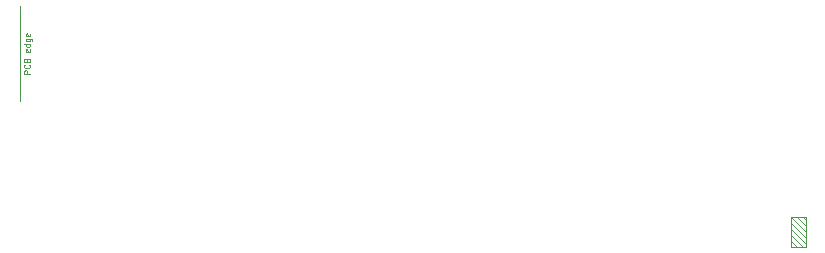
<source format=gbr>
%TF.GenerationSoftware,KiCad,Pcbnew,(6.0.0)*%
%TF.CreationDate,2022-01-25T13:51:39-08:00*%
%TF.ProjectId,nrf5340_qkaa_rev1_sensor,6e726635-3334-4305-9f71-6b61615f7265,rev?*%
%TF.SameCoordinates,Original*%
%TF.FileFunction,OtherDrawing,Comment*%
%FSLAX46Y46*%
G04 Gerber Fmt 4.6, Leading zero omitted, Abs format (unit mm)*
G04 Created by KiCad (PCBNEW (6.0.0)) date 2022-01-25 13:51:39*
%MOMM*%
%LPD*%
G01*
G04 APERTURE LIST*
%ADD10C,0.075000*%
%ADD11C,0.050000*%
%ADD12C,0.100000*%
G04 APERTURE END LIST*
D10*
%TO.C,USB1*%
X40826190Y-69182380D02*
X40326190Y-69182380D01*
X40326190Y-68991904D01*
X40350000Y-68944285D01*
X40373809Y-68920476D01*
X40421428Y-68896666D01*
X40492857Y-68896666D01*
X40540476Y-68920476D01*
X40564285Y-68944285D01*
X40588095Y-68991904D01*
X40588095Y-69182380D01*
X40778571Y-68396666D02*
X40802380Y-68420476D01*
X40826190Y-68491904D01*
X40826190Y-68539523D01*
X40802380Y-68610952D01*
X40754761Y-68658571D01*
X40707142Y-68682380D01*
X40611904Y-68706190D01*
X40540476Y-68706190D01*
X40445238Y-68682380D01*
X40397619Y-68658571D01*
X40350000Y-68610952D01*
X40326190Y-68539523D01*
X40326190Y-68491904D01*
X40350000Y-68420476D01*
X40373809Y-68396666D01*
X40564285Y-68015714D02*
X40588095Y-67944285D01*
X40611904Y-67920476D01*
X40659523Y-67896666D01*
X40730952Y-67896666D01*
X40778571Y-67920476D01*
X40802380Y-67944285D01*
X40826190Y-67991904D01*
X40826190Y-68182380D01*
X40326190Y-68182380D01*
X40326190Y-68015714D01*
X40350000Y-67968095D01*
X40373809Y-67944285D01*
X40421428Y-67920476D01*
X40469047Y-67920476D01*
X40516666Y-67944285D01*
X40540476Y-67968095D01*
X40564285Y-68015714D01*
X40564285Y-68182380D01*
X40802380Y-67110952D02*
X40826190Y-67158571D01*
X40826190Y-67253809D01*
X40802380Y-67301428D01*
X40754761Y-67325238D01*
X40564285Y-67325238D01*
X40516666Y-67301428D01*
X40492857Y-67253809D01*
X40492857Y-67158571D01*
X40516666Y-67110952D01*
X40564285Y-67087142D01*
X40611904Y-67087142D01*
X40659523Y-67325238D01*
X40826190Y-66658571D02*
X40326190Y-66658571D01*
X40802380Y-66658571D02*
X40826190Y-66706190D01*
X40826190Y-66801428D01*
X40802380Y-66849047D01*
X40778571Y-66872857D01*
X40730952Y-66896666D01*
X40588095Y-66896666D01*
X40540476Y-66872857D01*
X40516666Y-66849047D01*
X40492857Y-66801428D01*
X40492857Y-66706190D01*
X40516666Y-66658571D01*
X40492857Y-66206190D02*
X40897619Y-66206190D01*
X40945238Y-66230000D01*
X40969047Y-66253809D01*
X40992857Y-66301428D01*
X40992857Y-66372857D01*
X40969047Y-66420476D01*
X40802380Y-66206190D02*
X40826190Y-66253809D01*
X40826190Y-66349047D01*
X40802380Y-66396666D01*
X40778571Y-66420476D01*
X40730952Y-66444285D01*
X40588095Y-66444285D01*
X40540476Y-66420476D01*
X40516666Y-66396666D01*
X40492857Y-66349047D01*
X40492857Y-66253809D01*
X40516666Y-66206190D01*
X40802380Y-65777619D02*
X40826190Y-65825238D01*
X40826190Y-65920476D01*
X40802380Y-65968095D01*
X40754761Y-65991904D01*
X40564285Y-65991904D01*
X40516666Y-65968095D01*
X40492857Y-65920476D01*
X40492857Y-65825238D01*
X40516666Y-65777619D01*
X40564285Y-65753809D01*
X40611904Y-65753809D01*
X40659523Y-65991904D01*
D11*
%TO.C,SWD1*%
X105225000Y-81280000D02*
X106495000Y-82550000D01*
X105225000Y-82296000D02*
X106495000Y-83566000D01*
X105225000Y-81280000D02*
X106495000Y-81280000D01*
X106495000Y-83820000D02*
X105225000Y-83820000D01*
X105225000Y-82804000D02*
X106241000Y-83820000D01*
X105733000Y-81280000D02*
X106495000Y-82042000D01*
X106241000Y-81280000D02*
X106495000Y-81534000D01*
X105225000Y-83312000D02*
X105733000Y-83820000D01*
X105225000Y-83820000D02*
X105225000Y-81280000D01*
X106495000Y-83820000D02*
X106495000Y-81280000D01*
X105225000Y-81788000D02*
X106495000Y-83058000D01*
D12*
%TO.C,USB1*%
X40000000Y-63480000D02*
X40000000Y-71480000D01*
%TD*%
M02*

</source>
